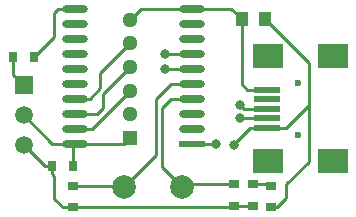
<source format=gtl>
G04 Layer_Physical_Order=1*
G04 Layer_Color=255*
%FSTAX24Y24*%
%MOIN*%
G70*
G01*
G75*
%ADD10R,0.0984X0.0787*%
%ADD11R,0.0906X0.0197*%
%ADD12R,0.0394X0.0512*%
%ADD13R,0.0315X0.0374*%
%ADD14R,0.0374X0.0315*%
%ADD15O,0.0866X0.0236*%
%ADD16R,0.0866X0.0236*%
%ADD17C,0.0100*%
%ADD18C,0.0512*%
%ADD19R,0.0512X0.0512*%
%ADD20C,0.0236*%
%ADD21C,0.0591*%
%ADD22R,0.0591X0.0591*%
%ADD23C,0.0787*%
%ADD24C,0.0320*%
D10*
X045693Y033472D02*
D03*
Y029968D02*
D03*
X047859D02*
D03*
Y033472D02*
D03*
D11*
X045654Y03235D02*
D03*
Y032035D02*
D03*
Y03172D02*
D03*
Y031405D02*
D03*
Y03109D02*
D03*
D12*
X045594Y0347D02*
D03*
X044806D02*
D03*
D13*
X037196Y03345D02*
D03*
X037904D02*
D03*
X039204Y0298D02*
D03*
X038496D02*
D03*
D14*
X0392Y029154D02*
D03*
Y028446D02*
D03*
X04455Y029204D02*
D03*
Y028496D02*
D03*
X0452Y029204D02*
D03*
Y028496D02*
D03*
X0458Y029154D02*
D03*
Y028446D02*
D03*
D15*
X043145Y03505D02*
D03*
X039255D02*
D03*
Y03455D02*
D03*
X043145D02*
D03*
Y03105D02*
D03*
Y03155D02*
D03*
Y03205D02*
D03*
Y03255D02*
D03*
Y03305D02*
D03*
Y03355D02*
D03*
X039255Y03105D02*
D03*
Y03155D02*
D03*
Y03205D02*
D03*
Y03255D02*
D03*
Y03305D02*
D03*
Y03355D02*
D03*
Y03405D02*
D03*
Y03055D02*
D03*
X043145Y03405D02*
D03*
D16*
Y03055D02*
D03*
D17*
X04455Y0305D02*
Y03055D01*
X04509Y03109D01*
X0463Y0292D02*
X04705Y02995D01*
Y031865D01*
Y033244D01*
X045594Y0347D02*
X04705Y033244D01*
X045654Y03109D02*
X046276D01*
X04705Y031865D01*
X044806Y032544D02*
Y0347D01*
Y032544D02*
X045Y03235D01*
X045654D01*
X043145Y03505D02*
X044456D01*
X044806Y0347D01*
X04509Y03109D02*
X045654D01*
X043145Y03055D02*
X04395D01*
X04475Y0314D02*
X044755Y031405D01*
X045654D01*
X04475Y03185D02*
X04488Y03172D01*
X045654D01*
X04225Y03355D02*
X043145D01*
X04225Y03305D02*
X043145D01*
X0463Y02875D02*
Y0292D01*
X045996Y028446D02*
X0463Y02875D01*
X0458Y028446D02*
X045996D01*
X04575Y029204D02*
X0458Y029154D01*
X0452Y029204D02*
X04575D01*
X042825Y0291D02*
X04293Y029204D01*
X04455D01*
X0445Y028446D02*
X04455Y028496D01*
X0392Y028446D02*
X0445D01*
X03857Y02873D02*
Y029475D01*
X038496Y02955D02*
Y0298D01*
X038854Y028446D02*
X0392D01*
X03857Y02873D02*
X038854Y028446D01*
X038496Y02955D02*
X03857Y029475D01*
X040821Y029154D02*
X040875Y0291D01*
X0392Y029154D02*
X040821D01*
X04455Y028496D02*
X0452D01*
X0411Y034687D02*
X041463Y03505D01*
X043145D01*
X03857Y034116D02*
Y03492D01*
X037904Y03345D02*
X03857Y034116D01*
Y03492D02*
X0387Y03505D01*
X039255D01*
X037196Y032854D02*
X03755Y0325D01*
X037196Y032854D02*
Y03345D01*
X0401Y0329D02*
X0411Y0339D01*
X0401Y0324D02*
Y0329D01*
X03975Y03205D02*
X0401Y0324D01*
X039255Y03205D02*
X03975D01*
X039255Y03155D02*
X04D01*
X0402Y03175D01*
Y032212D01*
X0411Y033112D01*
X039825Y03105D02*
X0411Y032325D01*
X039255Y03105D02*
X039825D01*
X0409Y03055D02*
X0411Y03075D01*
X039255Y03055D02*
X0409D01*
X03755Y0315D02*
X0385Y03055D01*
X039255D01*
X039204Y0298D02*
Y030499D01*
X03825Y0298D02*
X038496D01*
X03755Y0305D02*
X03825Y0298D01*
X040875Y0291D02*
X04195Y030175D01*
Y03205D01*
X04245Y03255D01*
X04215Y029775D02*
X042825Y0291D01*
X04215Y029775D02*
Y03175D01*
X04245Y03205D01*
X043145D01*
X04245Y03255D02*
X043145D01*
D18*
X0411Y034687D02*
D03*
Y0339D02*
D03*
Y033112D02*
D03*
Y031537D02*
D03*
Y032325D02*
D03*
D19*
Y03075D02*
D03*
D20*
X046678Y030854D02*
D03*
Y032586D02*
D03*
D21*
X03755Y0305D02*
D03*
Y0315D02*
D03*
D22*
Y0325D02*
D03*
D23*
X040875Y0291D02*
D03*
X042825D02*
D03*
D24*
X04455Y0305D02*
D03*
X04395Y03055D02*
D03*
X04475Y0314D02*
D03*
Y03185D02*
D03*
X04225Y03355D02*
D03*
Y03305D02*
D03*
M02*

</source>
